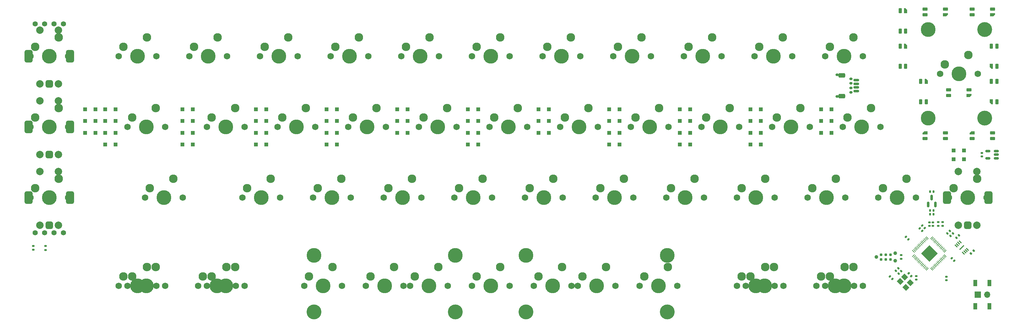
<source format=gbr>
%TF.GenerationSoftware,KiCad,Pcbnew,8.0.8*%
%TF.CreationDate,2025-08-10T21:28:01+02:00*%
%TF.ProjectId,eurovISOn REV,6575726f-7649-4534-9f6e-205245562e6b,rev?*%
%TF.SameCoordinates,Original*%
%TF.FileFunction,Soldermask,Bot*%
%TF.FilePolarity,Negative*%
%FSLAX46Y46*%
G04 Gerber Fmt 4.6, Leading zero omitted, Abs format (unit mm)*
G04 Created by KiCad (PCBNEW 8.0.8) date 2025-08-10 21:28:01*
%MOMM*%
%LPD*%
G01*
G04 APERTURE LIST*
G04 Aperture macros list*
%AMRoundRect*
0 Rectangle with rounded corners*
0 $1 Rounding radius*
0 $2 $3 $4 $5 $6 $7 $8 $9 X,Y pos of 4 corners*
0 Add a 4 corners polygon primitive as box body*
4,1,4,$2,$3,$4,$5,$6,$7,$8,$9,$2,$3,0*
0 Add four circle primitives for the rounded corners*
1,1,$1+$1,$2,$3*
1,1,$1+$1,$4,$5*
1,1,$1+$1,$6,$7*
1,1,$1+$1,$8,$9*
0 Add four rect primitives between the rounded corners*
20,1,$1+$1,$2,$3,$4,$5,0*
20,1,$1+$1,$4,$5,$6,$7,0*
20,1,$1+$1,$6,$7,$8,$9,0*
20,1,$1+$1,$8,$9,$2,$3,0*%
%AMRotRect*
0 Rectangle, with rotation*
0 The origin of the aperture is its center*
0 $1 length*
0 $2 width*
0 $3 Rotation angle, in degrees counterclockwise*
0 Add horizontal line*
21,1,$1,$2,0,0,$3*%
%AMFreePoly0*
4,1,18,-0.410000,0.593000,-0.403758,0.624380,-0.385983,0.650983,-0.359380,0.668758,-0.328000,0.675000,0.328000,0.675000,0.359380,0.668758,0.385983,0.650983,0.403758,0.624380,0.410000,0.593000,0.410000,-0.593000,0.403758,-0.624380,0.385983,-0.650983,0.359380,-0.668758,0.328000,-0.675000,0.000000,-0.675000,-0.410000,-0.265000,-0.410000,0.593000,-0.410000,0.593000,$1*%
G04 Aperture macros list end*
%ADD10C,1.750000*%
%ADD11C,3.987800*%
%ADD12C,2.300000*%
%ADD13C,1.397000*%
%ADD14C,4.000000*%
%ADD15C,2.000000*%
%ADD16RoundRect,0.500000X0.500000X-0.500000X0.500000X0.500000X-0.500000X0.500000X-0.500000X-0.500000X0*%
%ADD17RoundRect,0.550000X0.550000X-1.150000X0.550000X1.150000X-0.550000X1.150000X-0.550000X-1.150000X0*%
%ADD18RoundRect,0.150000X0.150000X-0.587500X0.150000X0.587500X-0.150000X0.587500X-0.150000X-0.587500X0*%
%ADD19RoundRect,0.250000X0.300000X0.300000X-0.300000X0.300000X-0.300000X-0.300000X0.300000X-0.300000X0*%
%ADD20RoundRect,0.140000X-0.219203X-0.021213X-0.021213X-0.219203X0.219203X0.021213X0.021213X0.219203X0*%
%ADD21RoundRect,0.082000X-0.328000X-0.593000X0.328000X-0.593000X0.328000X0.593000X-0.328000X0.593000X0*%
%ADD22FreePoly0,0.000000*%
%ADD23RoundRect,0.140000X0.219203X0.021213X0.021213X0.219203X-0.219203X-0.021213X-0.021213X-0.219203X0*%
%ADD24RoundRect,0.082000X-0.593000X0.328000X-0.593000X-0.328000X0.593000X-0.328000X0.593000X0.328000X0*%
%ADD25FreePoly0,270.000000*%
%ADD26RoundRect,0.250000X-0.300000X-0.300000X0.300000X-0.300000X0.300000X0.300000X-0.300000X0.300000X0*%
%ADD27RoundRect,0.082000X0.328000X0.593000X-0.328000X0.593000X-0.328000X-0.593000X0.328000X-0.593000X0*%
%ADD28FreePoly0,180.000000*%
%ADD29RoundRect,0.140000X-0.170000X0.140000X-0.170000X-0.140000X0.170000X-0.140000X0.170000X0.140000X0*%
%ADD30C,0.990600*%
%ADD31C,0.787400*%
%ADD32RoundRect,0.135000X-0.185000X0.135000X-0.185000X-0.135000X0.185000X-0.135000X0.185000X0.135000X0*%
%ADD33RoundRect,0.150000X0.625000X-0.150000X0.625000X0.150000X-0.625000X0.150000X-0.625000X-0.150000X0*%
%ADD34RoundRect,0.250000X0.650000X-0.350000X0.650000X0.350000X-0.650000X0.350000X-0.650000X-0.350000X0*%
%ADD35RoundRect,0.050000X0.309359X-0.238649X-0.238649X0.309359X-0.309359X0.238649X0.238649X-0.309359X0*%
%ADD36RoundRect,0.050000X0.309359X0.238649X0.238649X0.309359X-0.309359X-0.238649X-0.238649X-0.309359X0*%
%ADD37RoundRect,0.144000X2.059095X0.000000X0.000000X2.059095X-2.059095X0.000000X0.000000X-2.059095X0*%
%ADD38RoundRect,0.140000X0.170000X-0.140000X0.170000X0.140000X-0.170000X0.140000X-0.170000X-0.140000X0*%
%ADD39RoundRect,0.082000X0.593000X-0.328000X0.593000X0.328000X-0.593000X0.328000X-0.593000X-0.328000X0*%
%ADD40FreePoly0,90.000000*%
%ADD41RoundRect,0.150000X0.512500X0.150000X-0.512500X0.150000X-0.512500X-0.150000X0.512500X-0.150000X0*%
%ADD42RoundRect,0.140000X0.021213X-0.219203X0.219203X-0.021213X-0.021213X0.219203X-0.219203X0.021213X0*%
%ADD43RoundRect,0.135000X0.185000X-0.135000X0.185000X0.135000X-0.185000X0.135000X-0.185000X-0.135000X0*%
%ADD44RoundRect,0.140000X0.140000X0.170000X-0.140000X0.170000X-0.140000X-0.170000X0.140000X-0.170000X0*%
%ADD45RotRect,1.400000X1.200000X315.000000*%
%ADD46RoundRect,0.140000X-0.140000X-0.170000X0.140000X-0.170000X0.140000X0.170000X-0.140000X0.170000X0*%
%ADD47RoundRect,0.135000X-0.226274X-0.035355X-0.035355X-0.226274X0.226274X0.035355X0.035355X0.226274X0*%
%ADD48RotRect,0.900000X0.300000X135.000000*%
%ADD49RotRect,1.650000X0.250000X45.000000*%
%ADD50RoundRect,0.150000X0.275000X-0.150000X0.275000X0.150000X-0.275000X0.150000X-0.275000X-0.150000X0*%
%ADD51RoundRect,0.175000X0.225000X-0.175000X0.225000X0.175000X-0.225000X0.175000X-0.225000X-0.175000X0*%
%ADD52R,1.700000X1.700000*%
%ADD53O,1.700000X1.700000*%
%ADD54RoundRect,0.140000X-0.021213X0.219203X-0.219203X0.021213X0.021213X-0.219203X0.219203X-0.021213X0*%
%ADD55RoundRect,0.135000X0.035355X-0.226274X0.226274X-0.035355X-0.035355X0.226274X-0.226274X0.035355X0*%
%ADD56R,1.000000X1.700000*%
G04 APERTURE END LIST*
D10*
%TO.C,MX49*%
X107632500Y-93662500D03*
D11*
X112712500Y-93662500D03*
D10*
X117792500Y-93662500D03*
D12*
X108902500Y-91122500D03*
X115252500Y-88582500D03*
%TD*%
D10*
%TO.C,MX3*%
X60007500Y-31750000D03*
D11*
X65087500Y-31750000D03*
D10*
X70167500Y-31750000D03*
D12*
X61277500Y-29210000D03*
X67627500Y-26670000D03*
%TD*%
D10*
%TO.C,MX18*%
X102870000Y-50800000D03*
D11*
X107950000Y-50800000D03*
D10*
X113030000Y-50800000D03*
D12*
X104140000Y-48260000D03*
X110490000Y-45720000D03*
%TD*%
D10*
%TO.C,MX43*%
X152876250Y-93662500D03*
D11*
X157956250Y-93662500D03*
D10*
X163036250Y-93662500D03*
D12*
X154146250Y-91122500D03*
X160496250Y-88582500D03*
%TD*%
D10*
%TO.C,MX12*%
X231457500Y-31750000D03*
D11*
X236537500Y-31750000D03*
D10*
X241617500Y-31750000D03*
D12*
X232727500Y-29210000D03*
X239077500Y-26670000D03*
%TD*%
D10*
%TO.C,MX33*%
X169545000Y-69850000D03*
D11*
X174625000Y-69850000D03*
D10*
X179705000Y-69850000D03*
D12*
X170815000Y-67310000D03*
X177165000Y-64770000D03*
%TD*%
D10*
%TO.C,MX4*%
X79057500Y-31750000D03*
D11*
X84137500Y-31750000D03*
D10*
X89217500Y-31750000D03*
D12*
X80327500Y-29210000D03*
X86677500Y-26670000D03*
%TD*%
D13*
%TO.C,OL2*%
X18415000Y-79375000D03*
X20955000Y-79375000D03*
X23495000Y-79375000D03*
X26035000Y-79375000D03*
%TD*%
D10*
%TO.C,MX51*%
X207645000Y-93662500D03*
D11*
X212725000Y-93662500D03*
D10*
X217805000Y-93662500D03*
D12*
X208915000Y-91122500D03*
X215265000Y-88582500D03*
%TD*%
D10*
%TO.C,MX24*%
X217170000Y-50800000D03*
D11*
X222250000Y-50800000D03*
D10*
X227330000Y-50800000D03*
D12*
X218440000Y-48260000D03*
X224790000Y-45720000D03*
%TD*%
D10*
%TO.C,MX13*%
X262413750Y-36512500D03*
D11*
X267493750Y-36512500D03*
D10*
X272573750Y-36512500D03*
D12*
X263683750Y-33972500D03*
X270033750Y-31432500D03*
%TD*%
D11*
%TO.C,S1*%
X259238750Y-24606250D03*
X259238750Y-48418750D03*
D14*
X274478750Y-24606250D03*
X274478750Y-48418750D03*
%TD*%
D10*
%TO.C,MX48*%
X62388750Y-93662500D03*
D11*
X67468750Y-93662500D03*
D10*
X72548750Y-93662500D03*
D12*
X63658750Y-91122500D03*
X70008750Y-88582500D03*
%TD*%
D10*
%TO.C,MX27*%
X48101250Y-69850000D03*
D11*
X53181250Y-69850000D03*
D10*
X58261250Y-69850000D03*
D12*
X49371250Y-67310000D03*
X55721250Y-64770000D03*
%TD*%
D15*
%TO.C,SW3*%
X19725000Y-39250000D03*
X24725000Y-39250000D03*
D16*
X22225000Y-39250000D03*
D17*
X16625000Y-31750000D03*
X27825000Y-31750000D03*
D15*
X24725000Y-24750000D03*
X19725000Y-24750000D03*
%TD*%
D10*
%TO.C,MX38*%
X264795000Y-69850000D03*
D11*
X269875000Y-69850000D03*
D10*
X274955000Y-69850000D03*
D12*
X266065000Y-67310000D03*
X272415000Y-64770000D03*
%TD*%
D15*
%TO.C,SW6*%
X19725000Y-77350000D03*
X24725000Y-77350000D03*
D16*
X22225000Y-77350000D03*
D17*
X16625000Y-69850000D03*
X27825000Y-69850000D03*
D15*
X24725000Y-62850000D03*
X19725000Y-62850000D03*
%TD*%
D10*
%TO.C,MX34*%
X188595000Y-69850000D03*
D11*
X193675000Y-69850000D03*
D10*
X198755000Y-69850000D03*
D12*
X189865000Y-67310000D03*
X196215000Y-64770000D03*
%TD*%
D10*
%TO.C,MX14*%
X17145000Y-50800000D03*
D11*
X22225000Y-50800000D03*
D10*
X27305000Y-50800000D03*
D12*
X18415000Y-48260000D03*
X24765000Y-45720000D03*
%TD*%
D10*
%TO.C,MX2*%
X40957500Y-31750000D03*
D11*
X46037500Y-31750000D03*
D10*
X51117500Y-31750000D03*
D12*
X42227500Y-29210000D03*
X48577500Y-26670000D03*
%TD*%
D10*
%TO.C,MX52*%
X229076250Y-93662500D03*
D11*
X234156250Y-93662500D03*
D10*
X239236250Y-93662500D03*
D12*
X230346250Y-91122500D03*
X236696250Y-88582500D03*
%TD*%
D14*
%TO.C,S3*%
X188912500Y-100647500D03*
D11*
X188912500Y-85407500D03*
D14*
X150812500Y-100647500D03*
D11*
X150812500Y-85407500D03*
%TD*%
D10*
%TO.C,MX53*%
X164782500Y-93662500D03*
D11*
X169862500Y-93662500D03*
D10*
X174942500Y-93662500D03*
D12*
X166052500Y-91122500D03*
X172402500Y-88582500D03*
%TD*%
D10*
%TO.C,MX23*%
X198120000Y-50800000D03*
D11*
X203200000Y-50800000D03*
D10*
X208280000Y-50800000D03*
D12*
X199390000Y-48260000D03*
X205740000Y-45720000D03*
%TD*%
D10*
%TO.C,MX47*%
X40957500Y-93662500D03*
D11*
X46037500Y-93662500D03*
D10*
X51117500Y-93662500D03*
D12*
X42227500Y-91122500D03*
X48577500Y-88582500D03*
%TD*%
D10*
%TO.C,MX31*%
X131445000Y-69850000D03*
D11*
X136525000Y-69850000D03*
D10*
X141605000Y-69850000D03*
D12*
X132715000Y-67310000D03*
X139065000Y-64770000D03*
%TD*%
D15*
%TO.C,SW4*%
X19725000Y-58300000D03*
X24725000Y-58300000D03*
D16*
X22225000Y-58300000D03*
D17*
X16625000Y-50800000D03*
X27825000Y-50800000D03*
D15*
X24725000Y-43800000D03*
X19725000Y-43800000D03*
%TD*%
D10*
%TO.C,MX11*%
X212407500Y-31750000D03*
D11*
X217487500Y-31750000D03*
D10*
X222567500Y-31750000D03*
D12*
X213677500Y-29210000D03*
X220027500Y-26670000D03*
%TD*%
D10*
%TO.C,MX40*%
X64770000Y-93662500D03*
D11*
X69850000Y-93662500D03*
D10*
X74930000Y-93662500D03*
D12*
X66040000Y-91122500D03*
X72390000Y-88582500D03*
%TD*%
D10*
%TO.C,MX42*%
X119538750Y-93662500D03*
D11*
X124618750Y-93662500D03*
D10*
X129698750Y-93662500D03*
D12*
X120808750Y-91122500D03*
X127158750Y-88582500D03*
%TD*%
D10*
%TO.C,MX50*%
X136207500Y-93662500D03*
D11*
X141287500Y-93662500D03*
D10*
X146367500Y-93662500D03*
D12*
X137477500Y-91122500D03*
X143827500Y-88582500D03*
%TD*%
D10*
%TO.C,MX5*%
X98107500Y-31750000D03*
D11*
X103187500Y-31750000D03*
D10*
X108267500Y-31750000D03*
D12*
X99377500Y-29210000D03*
X105727500Y-26670000D03*
%TD*%
D10*
%TO.C,MX17*%
X83820000Y-50800000D03*
D11*
X88900000Y-50800000D03*
D10*
X93980000Y-50800000D03*
D12*
X85090000Y-48260000D03*
X91440000Y-45720000D03*
%TD*%
D10*
%TO.C,MX9*%
X174307500Y-31750000D03*
D11*
X179387500Y-31750000D03*
D10*
X184467500Y-31750000D03*
D12*
X175577500Y-29210000D03*
X181927500Y-26670000D03*
%TD*%
D10*
%TO.C,MX16*%
X64770000Y-50800000D03*
D11*
X69850000Y-50800000D03*
D10*
X74930000Y-50800000D03*
D12*
X66040000Y-48260000D03*
X72390000Y-45720000D03*
%TD*%
D10*
%TO.C,MX37*%
X245745000Y-69850000D03*
D11*
X250825000Y-69850000D03*
D10*
X255905000Y-69850000D03*
D12*
X247015000Y-67310000D03*
X253365000Y-64770000D03*
%TD*%
D10*
%TO.C,MX25*%
X236220000Y-50800000D03*
D11*
X241300000Y-50800000D03*
D10*
X246380000Y-50800000D03*
D12*
X237490000Y-48260000D03*
X243840000Y-45720000D03*
%TD*%
D14*
%TO.C,S2*%
X131762500Y-100647500D03*
D11*
X131762500Y-85407500D03*
D14*
X93662500Y-100647500D03*
D11*
X93662500Y-85407500D03*
%TD*%
D10*
%TO.C,MX28*%
X74295000Y-69850000D03*
D11*
X79375000Y-69850000D03*
D10*
X84455000Y-69850000D03*
D12*
X75565000Y-67310000D03*
X81915000Y-64770000D03*
%TD*%
D10*
%TO.C,MX39*%
X43338750Y-93662500D03*
D11*
X48418750Y-93662500D03*
D10*
X53498750Y-93662500D03*
D12*
X44608750Y-91122500D03*
X50958750Y-88582500D03*
%TD*%
D10*
%TO.C,MX26*%
X17145000Y-69850000D03*
D11*
X22225000Y-69850000D03*
D10*
X27305000Y-69850000D03*
D12*
X18415000Y-67310000D03*
X24765000Y-64770000D03*
%TD*%
D13*
%TO.C,OL1*%
X26035000Y-23018750D03*
X23495000Y-23018750D03*
X20955000Y-23018750D03*
X18415000Y-23018750D03*
%TD*%
D14*
%TO.C,S4*%
X188912500Y-100647500D03*
D11*
X188912500Y-85407500D03*
D14*
X93662500Y-100647500D03*
D11*
X93662500Y-85407500D03*
%TD*%
D10*
%TO.C,MX22*%
X179070000Y-50800000D03*
D11*
X184150000Y-50800000D03*
D10*
X189230000Y-50800000D03*
D12*
X180340000Y-48260000D03*
X186690000Y-45720000D03*
%TD*%
D10*
%TO.C,MX36*%
X226695000Y-69850000D03*
D11*
X231775000Y-69850000D03*
D10*
X236855000Y-69850000D03*
D12*
X227965000Y-67310000D03*
X234315000Y-64770000D03*
%TD*%
D10*
%TO.C,MX8*%
X155257500Y-31750000D03*
D11*
X160337500Y-31750000D03*
D10*
X165417500Y-31750000D03*
D12*
X156527500Y-29210000D03*
X162877500Y-26670000D03*
%TD*%
D10*
%TO.C,MX10*%
X193357500Y-31750000D03*
D11*
X198437500Y-31750000D03*
D10*
X203517500Y-31750000D03*
D12*
X194627500Y-29210000D03*
X200977500Y-26670000D03*
%TD*%
D10*
%TO.C,MX44*%
X181451250Y-93662500D03*
D11*
X186531250Y-93662500D03*
D10*
X191611250Y-93662500D03*
D12*
X182721250Y-91122500D03*
X189071250Y-88582500D03*
%TD*%
D10*
%TO.C,MX32*%
X150495000Y-69850000D03*
D11*
X155575000Y-69850000D03*
D10*
X160655000Y-69850000D03*
D12*
X151765000Y-67310000D03*
X158115000Y-64770000D03*
%TD*%
D10*
%TO.C,MX45*%
X210026250Y-93662500D03*
D11*
X215106250Y-93662500D03*
D10*
X220186250Y-93662500D03*
D12*
X211296250Y-91122500D03*
X217646250Y-88582500D03*
%TD*%
D10*
%TO.C,MX41*%
X90963750Y-93662500D03*
D11*
X96043750Y-93662500D03*
D10*
X101123750Y-93662500D03*
D12*
X92233750Y-91122500D03*
X98583750Y-88582500D03*
%TD*%
D10*
%TO.C,MX46*%
X231457500Y-93662500D03*
D11*
X236537500Y-93662500D03*
D10*
X241617500Y-93662500D03*
D12*
X232727500Y-91122500D03*
X239077500Y-88582500D03*
%TD*%
D10*
%TO.C,MX35*%
X207645000Y-69850000D03*
D11*
X212725000Y-69850000D03*
D10*
X217805000Y-69850000D03*
D12*
X208915000Y-67310000D03*
X215265000Y-64770000D03*
%TD*%
D10*
%TO.C,MX21*%
X160020000Y-50800000D03*
D11*
X165100000Y-50800000D03*
D10*
X170180000Y-50800000D03*
D12*
X161290000Y-48260000D03*
X167640000Y-45720000D03*
%TD*%
D10*
%TO.C,MX20*%
X140970000Y-50800000D03*
D11*
X146050000Y-50800000D03*
D10*
X151130000Y-50800000D03*
D12*
X142240000Y-48260000D03*
X148590000Y-45720000D03*
%TD*%
D10*
%TO.C,MX15*%
X43338750Y-50800000D03*
D11*
X48418750Y-50800000D03*
D10*
X53498750Y-50800000D03*
D12*
X44608750Y-48260000D03*
X50958750Y-45720000D03*
%TD*%
D10*
%TO.C,MX29*%
X93345000Y-69850000D03*
D11*
X98425000Y-69850000D03*
D10*
X103505000Y-69850000D03*
D12*
X94615000Y-67310000D03*
X100965000Y-64770000D03*
%TD*%
D10*
%TO.C,MX30*%
X112395000Y-69850000D03*
D11*
X117475000Y-69850000D03*
D10*
X122555000Y-69850000D03*
D12*
X113665000Y-67310000D03*
X120015000Y-64770000D03*
%TD*%
D10*
%TO.C,MX1*%
X17145000Y-31750000D03*
D11*
X22225000Y-31750000D03*
D10*
X27305000Y-31750000D03*
D12*
X18415000Y-29210000D03*
X24765000Y-26670000D03*
%TD*%
D15*
%TO.C,SW5*%
X267375000Y-77350000D03*
X272375000Y-77350000D03*
D16*
X269875000Y-77350000D03*
D17*
X264275000Y-69850000D03*
X275475000Y-69850000D03*
D15*
X272375000Y-62850000D03*
X267375000Y-62850000D03*
%TD*%
D10*
%TO.C,MX19*%
X121920000Y-50800000D03*
D11*
X127000000Y-50800000D03*
D10*
X132080000Y-50800000D03*
D12*
X123190000Y-48260000D03*
X129540000Y-45720000D03*
%TD*%
D10*
%TO.C,MX6*%
X117157500Y-31750000D03*
D11*
X122237500Y-31750000D03*
D10*
X127317500Y-31750000D03*
D12*
X118427500Y-29210000D03*
X124777500Y-26670000D03*
%TD*%
D10*
%TO.C,MX7*%
X136207500Y-31750000D03*
D11*
X141287500Y-31750000D03*
D10*
X146367500Y-31750000D03*
D12*
X137477500Y-29210000D03*
X143827500Y-26670000D03*
%TD*%
D18*
%TO.C,U4*%
X261143750Y-71725000D03*
X259243750Y-71725000D03*
X260193750Y-69850000D03*
%TD*%
D19*
%TO.C,D3*%
X60931250Y-46037500D03*
X58131250Y-46037500D03*
%TD*%
D20*
%TO.C,C3*%
X248922641Y-91081043D03*
X249601463Y-91759865D03*
%TD*%
D21*
%TO.C,LED2*%
X277768750Y-38550000D03*
X276268750Y-38550000D03*
X277768750Y-44000000D03*
D22*
X276268750Y-44000000D03*
%TD*%
D19*
%TO.C,D40*%
X60931250Y-55562500D03*
X58131250Y-55562500D03*
%TD*%
D23*
%TO.C,C9*%
X258316129Y-78095780D03*
X257637307Y-77416958D03*
%TD*%
D24*
%TO.C,LED1*%
X276568750Y-53931250D03*
X276568750Y-52431250D03*
X271118750Y-53931250D03*
D25*
X271118750Y-52431250D03*
%TD*%
D19*
%TO.C,D33*%
X156975000Y-52387500D03*
X154175000Y-52387500D03*
%TD*%
D26*
%TO.C,D14*%
X31937500Y-49212500D03*
X34737500Y-49212500D03*
%TD*%
%TO.C,D26*%
X31937500Y-52387500D03*
X34737500Y-52387500D03*
%TD*%
D27*
%TO.C,LED7*%
X251662500Y-34475000D03*
X253162500Y-34475000D03*
X251662500Y-29025000D03*
D28*
X253162500Y-29025000D03*
%TD*%
D29*
%TO.C,C2*%
X255977100Y-91004644D03*
X255977100Y-91964644D03*
%TD*%
D19*
%TO.C,D24*%
X214125000Y-49212500D03*
X211325000Y-49212500D03*
%TD*%
%TO.C,D42*%
X99825000Y-55562500D03*
X97025000Y-55562500D03*
%TD*%
D29*
%TO.C,C11*%
X264162500Y-91201250D03*
X264162500Y-92161250D03*
%TD*%
D19*
%TO.C,D23*%
X195075000Y-49212500D03*
X192275000Y-49212500D03*
%TD*%
%TO.C,D28*%
X60931250Y-52387500D03*
X58131250Y-52387500D03*
%TD*%
%TO.C,D6*%
X118875000Y-46037500D03*
X116075000Y-46037500D03*
%TD*%
D21*
%TO.C,LED3*%
X277768750Y-29025000D03*
X276268750Y-29025000D03*
X277768750Y-34475000D03*
D22*
X276268750Y-34475000D03*
%TD*%
D30*
%TO.C,J5*%
X245271250Y-85883750D03*
X250351250Y-84867750D03*
X250351250Y-86899750D03*
D31*
X246541250Y-85248750D03*
X246541250Y-86518750D03*
X247811250Y-85248750D03*
X247811250Y-86518750D03*
X249081250Y-85248750D03*
X249081250Y-86518750D03*
%TD*%
D32*
%TO.C,R5*%
X261937500Y-76483750D03*
X261937500Y-77503750D03*
%TD*%
D19*
%TO.C,D4*%
X80775000Y-46037500D03*
X77975000Y-46037500D03*
%TD*%
%TO.C,D7*%
X137925000Y-46037500D03*
X135125000Y-46037500D03*
%TD*%
%TO.C,D10*%
X195075000Y-46037500D03*
X192275000Y-46037500D03*
%TD*%
%TO.C,D9*%
X176025000Y-46037500D03*
X173225000Y-46037500D03*
%TD*%
D24*
%TO.C,LED9*%
X263868750Y-53931250D03*
X263868750Y-52431250D03*
X258418750Y-53931250D03*
D25*
X258418750Y-52431250D03*
%TD*%
D19*
%TO.C,D25*%
X233175000Y-49212500D03*
X230375000Y-49212500D03*
%TD*%
%TO.C,D22*%
X176025000Y-49212500D03*
X173225000Y-49212500D03*
%TD*%
D33*
%TO.C,J2*%
X239812500Y-41187500D03*
X239812500Y-40187500D03*
X239812500Y-39187500D03*
X239812500Y-38187500D03*
D34*
X235937500Y-42487500D03*
X235937500Y-36887500D03*
%TD*%
D35*
%TO.C,U3*%
X263825407Y-85523452D03*
X263542564Y-85806295D03*
X263259722Y-86089137D03*
X262976879Y-86371980D03*
X262694036Y-86654823D03*
X262411194Y-86937665D03*
X262128351Y-87220508D03*
X261845508Y-87503351D03*
X261562665Y-87786194D03*
X261279823Y-88069036D03*
X260996980Y-88351879D03*
X260714137Y-88634722D03*
X260431295Y-88917564D03*
X260148452Y-89200407D03*
D36*
X258964048Y-89200407D03*
X258681205Y-88917564D03*
X258398363Y-88634722D03*
X258115520Y-88351879D03*
X257832677Y-88069036D03*
X257549835Y-87786194D03*
X257266992Y-87503351D03*
X256984149Y-87220508D03*
X256701306Y-86937665D03*
X256418464Y-86654823D03*
X256135621Y-86371980D03*
X255852778Y-86089137D03*
X255569936Y-85806295D03*
X255287093Y-85523452D03*
D35*
X255287093Y-84339048D03*
X255569936Y-84056205D03*
X255852778Y-83773363D03*
X256135621Y-83490520D03*
X256418464Y-83207677D03*
X256701306Y-82924835D03*
X256984149Y-82641992D03*
X257266992Y-82359149D03*
X257549835Y-82076306D03*
X257832677Y-81793464D03*
X258115520Y-81510621D03*
X258398363Y-81227778D03*
X258681205Y-80944936D03*
X258964048Y-80662093D03*
D36*
X260148452Y-80662093D03*
X260431295Y-80944936D03*
X260714137Y-81227778D03*
X260996980Y-81510621D03*
X261279823Y-81793464D03*
X261562665Y-82076306D03*
X261845508Y-82359149D03*
X262128351Y-82641992D03*
X262411194Y-82924835D03*
X262694036Y-83207677D03*
X262976879Y-83490520D03*
X263259722Y-83773363D03*
X263542564Y-84056205D03*
X263825407Y-84339048D03*
D37*
X259556250Y-84931250D03*
%TD*%
D19*
%TO.C,D31*%
X118875000Y-52387500D03*
X116075000Y-52387500D03*
%TD*%
%TO.C,D12*%
X233175000Y-46037500D03*
X230375000Y-46037500D03*
%TD*%
D38*
%TO.C,C8*%
X259556250Y-77473750D03*
X259556250Y-76513750D03*
%TD*%
%TO.C,C1*%
X273711376Y-58774739D03*
X273711376Y-57814739D03*
%TD*%
D39*
%TO.C,LED10*%
X264768750Y-40850000D03*
X264768750Y-42350000D03*
X270218750Y-40850000D03*
D40*
X270218750Y-42350000D03*
%TD*%
D41*
%TO.C,U1*%
X277573876Y-57344739D03*
X277573876Y-58294739D03*
X277573876Y-59244739D03*
X275298876Y-59244739D03*
X275298876Y-57344739D03*
%TD*%
D42*
%TO.C,C18*%
X266872146Y-80696077D03*
X267550968Y-80017255D03*
%TD*%
D23*
%TO.C,C10*%
X257608824Y-78860136D03*
X256930002Y-78181314D03*
%TD*%
D39*
%TO.C,LED5*%
X258418750Y-19093750D03*
X258418750Y-20593750D03*
X263868750Y-19093750D03*
D40*
X263868750Y-20593750D03*
%TD*%
D43*
%TO.C,R1*%
X251956250Y-86393750D03*
X251956250Y-85373750D03*
%TD*%
D19*
%TO.C,D29*%
X80775000Y-52387500D03*
X77975000Y-52387500D03*
%TD*%
D44*
%TO.C,C16*%
X260687928Y-68262500D03*
X259727928Y-68262500D03*
%TD*%
D45*
%TO.C,Y1*%
X252870864Y-91289685D03*
X254426499Y-92845320D03*
X253224418Y-94047401D03*
X251668783Y-92491766D03*
%TD*%
D46*
%TO.C,C7*%
X259713750Y-73362500D03*
X260673750Y-73362500D03*
%TD*%
D42*
%TO.C,C15*%
X264433582Y-79521455D03*
X265112404Y-78842633D03*
%TD*%
D19*
%TO.C,D18*%
X99825000Y-49212500D03*
X97025000Y-49212500D03*
%TD*%
D44*
%TO.C,C17*%
X260673750Y-74356250D03*
X259713750Y-74356250D03*
%TD*%
D19*
%TO.C,D39*%
X40106250Y-55562500D03*
X37306250Y-55562500D03*
%TD*%
D47*
%TO.C,R6*%
X253955078Y-90310951D03*
X254676326Y-91032199D03*
%TD*%
D32*
%TO.C,R4*%
X263125000Y-76483750D03*
X263125000Y-77503750D03*
%TD*%
D19*
%TO.C,D8*%
X156975000Y-46037500D03*
X154175000Y-46037500D03*
%TD*%
%TO.C,D16*%
X60931250Y-49212500D03*
X58131250Y-49212500D03*
%TD*%
D48*
%TO.C,IC1*%
X269807780Y-83803369D03*
X269454226Y-84156923D03*
X269100673Y-84510476D03*
X268747119Y-84864030D03*
X266767220Y-82884131D03*
X267120774Y-82530577D03*
X267474327Y-82177024D03*
X267827881Y-81823470D03*
D49*
X268287500Y-83343750D03*
%TD*%
D19*
%TO.C,D35*%
X195075000Y-52387500D03*
X192275000Y-52387500D03*
%TD*%
D50*
%TO.C,J3*%
X238412500Y-41487500D03*
X238412500Y-40287500D03*
X238412500Y-39087500D03*
X238412500Y-37887500D03*
D51*
X234637500Y-42637500D03*
X234637500Y-36737500D03*
%TD*%
D19*
%TO.C,D46*%
X214125000Y-55562500D03*
X211325000Y-55562500D03*
%TD*%
D26*
%TO.C,D1*%
X31937500Y-46037500D03*
X34737500Y-46037500D03*
%TD*%
D20*
%TO.C,C13*%
X265566839Y-86179339D03*
X266245661Y-86858161D03*
%TD*%
D19*
%TO.C,D2*%
X40106250Y-46037500D03*
X37306250Y-46037500D03*
%TD*%
%TO.C,D37*%
X233175000Y-52387500D03*
X230375000Y-52387500D03*
%TD*%
%TO.C,D13*%
X268893750Y-57150000D03*
X266093750Y-57150000D03*
%TD*%
%TO.C,D15*%
X40106250Y-49212500D03*
X37306250Y-49212500D03*
%TD*%
%TO.C,D43*%
X137925000Y-55562500D03*
X135125000Y-55562500D03*
%TD*%
D52*
%TO.C,SW2*%
X272593750Y-96068750D03*
D53*
X275133750Y-96068750D03*
%TD*%
D54*
%TO.C,C6*%
X251216501Y-88933633D03*
X250537679Y-89612455D03*
%TD*%
D32*
%TO.C,R8*%
X17893094Y-82909862D03*
X17893094Y-83929862D03*
%TD*%
D19*
%TO.C,D41*%
X80775000Y-55562500D03*
X77975000Y-55562500D03*
%TD*%
%TO.C,D45*%
X195075000Y-55562500D03*
X192275000Y-55562500D03*
%TD*%
D39*
%TO.C,LED4*%
X271118750Y-19093750D03*
X271118750Y-20593750D03*
X276568750Y-19093750D03*
D40*
X276568750Y-20593750D03*
%TD*%
D19*
%TO.C,D17*%
X80775000Y-49212500D03*
X77975000Y-49212500D03*
%TD*%
%TO.C,D38*%
X268893750Y-59531250D03*
X266093750Y-59531250D03*
%TD*%
%TO.C,D20*%
X137925000Y-49212500D03*
X135125000Y-49212500D03*
%TD*%
%TO.C,D34*%
X176025000Y-52387500D03*
X173225000Y-52387500D03*
%TD*%
%TO.C,D21*%
X156975000Y-49212500D03*
X154175000Y-49212500D03*
%TD*%
%TO.C,D36*%
X214125000Y-52387500D03*
X211325000Y-52387500D03*
%TD*%
D38*
%TO.C,C4*%
X260478872Y-77473750D03*
X260478872Y-76513750D03*
%TD*%
D19*
%TO.C,D44*%
X176025000Y-55562500D03*
X173225000Y-55562500D03*
%TD*%
D23*
%TO.C,C12*%
X253881068Y-81088550D03*
X253202246Y-80409728D03*
%TD*%
D19*
%TO.C,D30*%
X99825000Y-52387500D03*
X97025000Y-52387500D03*
%TD*%
%TO.C,D11*%
X214125000Y-46037500D03*
X211325000Y-46037500D03*
%TD*%
D54*
%TO.C,C14*%
X251960062Y-89651671D03*
X251281240Y-90330493D03*
%TD*%
D19*
%TO.C,D5*%
X99825000Y-46037500D03*
X97025000Y-46037500D03*
%TD*%
D27*
%TO.C,LED6*%
X251662500Y-24950000D03*
X253162500Y-24950000D03*
X251662500Y-19500000D03*
D28*
X253162500Y-19500000D03*
%TD*%
D19*
%TO.C,D32*%
X137925000Y-52387500D03*
X135125000Y-52387500D03*
%TD*%
%TO.C,D27*%
X40106250Y-52387500D03*
X37306250Y-52387500D03*
%TD*%
D42*
%TO.C,C5*%
X265227189Y-80210209D03*
X265906011Y-79531387D03*
%TD*%
D27*
%TO.C,LED8*%
X257218750Y-44000000D03*
X258718750Y-44000000D03*
X257218750Y-38550000D03*
D28*
X258718750Y-38550000D03*
%TD*%
D55*
%TO.C,R9*%
X270775768Y-84915880D03*
X271497016Y-84194632D03*
%TD*%
D56*
%TO.C,SW1*%
X271943750Y-92893750D03*
X271943750Y-99193750D03*
X275743750Y-92893750D03*
X275743750Y-99193750D03*
%TD*%
D32*
%TO.C,R10*%
X21205000Y-82943750D03*
X21205000Y-83963750D03*
%TD*%
D19*
%TO.C,D19*%
X118875000Y-49212500D03*
X116075000Y-49212500D03*
%TD*%
M02*

</source>
